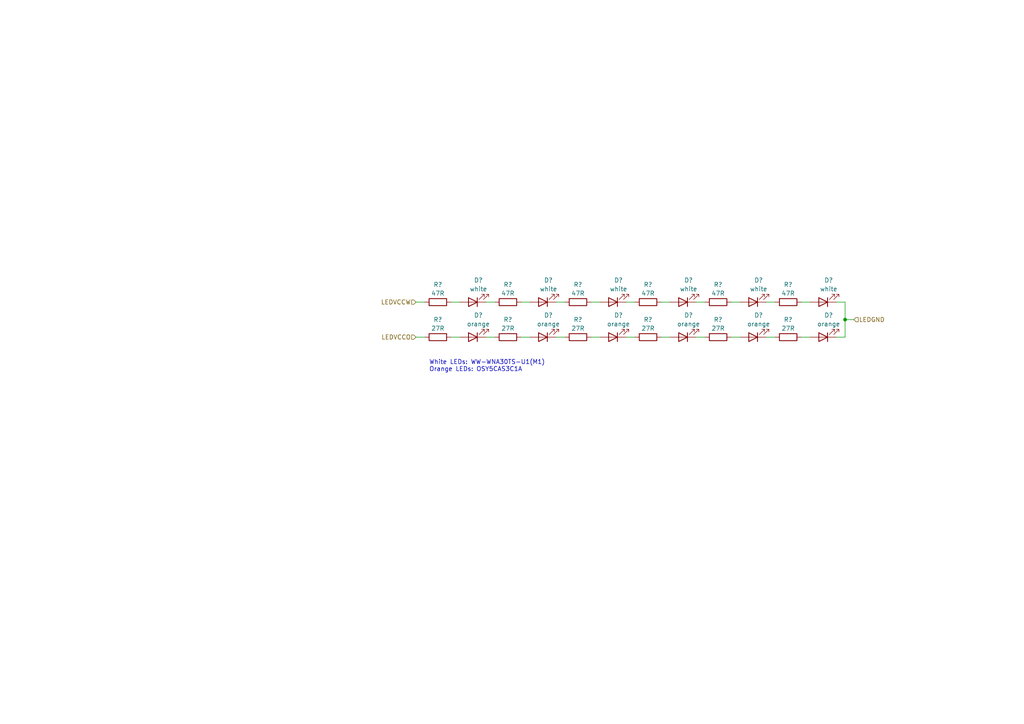
<source format=kicad_sch>
(kicad_sch (version 20230121) (generator eeschema)
  (paper "A4")
  (title_block (title "LED Group") (date "2023-08-02") (rev "1.0") (company "xatLabs") (comment 1 "Julian Metzler"))
  (lib_symbols
    (symbol "Device:LED" (pin_numbers hide) (pin_names (offset 1.016) hide)
      (property "Reference" "D" (at 0 2.54 0))
      (property "Value" "LED" (at 0 -2.54 0))
      (symbol "LED_0_1"
        (polyline (pts (xy -1.27 -1.27) (xy -1.27 1.27)) (stroke (width 0.254)))
        (polyline (pts (xy -1.27 0) (xy 1.27 0)))
        (polyline (pts (xy 1.27 -1.27) (xy 1.27 1.27) (xy -1.27 0) (xy 1.27 -1.27)) (stroke (width 0.254)))
        (polyline (pts (xy -3.048 -0.762) (xy -4.572 -2.286) (xy -3.81 -2.286) (xy -4.572 -2.286) (xy -4.572 -1.524)))
        (polyline (pts (xy -1.778 -0.762) (xy -3.302 -2.286) (xy -2.54 -2.286) (xy -3.302 -2.286) (xy -3.302 -1.524)))
      )
      (symbol "LED_1_1"
        (pin passive line (at -3.81 0 0) (length 2.54) (name "K") (number "1"))
        (pin passive line (at 3.81 0 180) (length 2.54) (name "A") (number "2"))
      )
    )
    (symbol "Device:R" (pin_numbers hide) (pin_names (offset 0))
      (property "Reference" "R" (at 2.032 0 90))
      (property "Value" "R" (at 0 0 90))
      (symbol "R_0_1"
        (rectangle (start -1.016 -2.54) (end 1.016 2.54) (stroke (width 0.254)))
      )
      (symbol "R_1_1"
        (pin passive line (at 0 3.81 270) (length 1.27) (name "~") (number "1"))
        (pin passive line (at 0 -3.81 90) (length 1.27) (name "~") (number "2"))
      )
    )
  )
  (junction (at 245.11 92.71))
  (wire (pts (xy 232.41 87.63) (xy 234.95 87.63)))
  (wire (pts (xy 222.25 87.63) (xy 224.79 87.63)))
  (wire (pts (xy 161.29 87.63) (xy 163.83 87.63)))
  (wire (pts (xy 245.11 87.63) (xy 245.11 92.71)))
  (wire (pts (xy 191.77 87.63) (xy 194.31 87.63)))
  (wire (pts (xy 212.09 87.63) (xy 214.63 87.63)))
  (wire (pts (xy 212.09 97.79) (xy 214.63 97.79)))
  (wire (pts (xy 151.13 97.79) (xy 153.67 97.79)))
  (wire (pts (xy 245.11 97.79) (xy 242.57 97.79)))
  (wire (pts (xy 171.45 87.63) (xy 173.99 87.63)))
  (wire (pts (xy 140.97 97.79) (xy 143.51 97.79)))
  (wire (pts (xy 171.45 97.79) (xy 173.99 97.79)))
  (wire (pts (xy 201.93 97.79) (xy 204.47 97.79)))
  (wire (pts (xy 201.93 87.63) (xy 204.47 87.63)))
  (wire (pts (xy 245.11 92.71) (xy 245.11 97.79)))
  (wire (pts (xy 130.81 87.63) (xy 133.35 87.63)))
  (wire (pts (xy 161.29 97.79) (xy 163.83 97.79)))
  (wire (pts (xy 245.11 92.71) (xy 247.65 92.71)))
  (wire (pts (xy 151.13 87.63) (xy 153.67 87.63)))
  (wire (pts (xy 181.61 87.63) (xy 184.15 87.63)))
  (wire (pts (xy 130.81 97.79) (xy 133.35 97.79)))
  (wire (pts (xy 191.77 97.79) (xy 194.31 97.79)))
  (wire (pts (xy 120.65 97.79) (xy 123.19 97.79)))
  (wire (pts (xy 140.97 87.63) (xy 143.51 87.63)))
  (wire (pts (xy 184.15 97.79) (xy 181.61 97.79)))
  (wire (pts (xy 120.65 87.63) (xy 123.19 87.63)))
  (wire (pts (xy 242.57 87.63) (xy 245.11 87.63)))
  (wire (pts (xy 222.25 97.79) (xy 224.79 97.79)))
  (wire (pts (xy 232.41 97.79) (xy 234.95 97.79)))
  (text "White LEDs: WW-WNA30TS-U1(M1)\nOrange LEDs: OSY5CAS3C1A" (at 124.46 107.95 0) (effects (font (size 1.27 1.27)) (justify left bottom)))
  (hierarchical_label "LEDVCCW" (shape input) (at 120.65 87.63 180))
  (hierarchical_label "LEDVCCO" (shape input) (at 120.65 97.79 180))
  (hierarchical_label "LEDGND" (shape input) (at 247.65 92.71 0))
  (symbol (lib_id "Device:R") (at 167.64 87.63 90) (unit 1)
    (property "Reference" "R?" (at 167.64 82.55 90))
    (property "Value" "47R" (at 167.64 85.09 90))
    (property "Footprint" "Resistor_SMD:R_1206_3216Metric" (effects hide))
    (instances (project "Catcar_Ringlight" (path "" (reference "R?") (unit 1)) (path "" (reference "R3") (unit 1)) (path "" (reference "R15") (unit 1)) (path "" (reference "R27") (unit 1))))
  )
  (symbol (lib_id "Device:LED") (at 218.44 87.63 180) (unit 1)
    (property "Reference" "D?" (at 220.0275 81.28 0))
    (property "Value" "white" (at 220.0275 83.82 0))
    (property "Footprint" "custom:LED_3528_2pin" (effects hide))
    (instances (project "Catcar_Ringlight" (path "" (reference "D?") (unit 1)) (path "" (reference "D5") (unit 1)) (path "" (reference "D17") (unit 1)) (path "" (reference "D29") (unit 1))))
  )
  (symbol (lib_id "Device:LED") (at 198.12 97.79 180) (unit 1)
    (property "Reference" "D?" (at 199.7075 91.44 0))
    (property "Value" "orange" (at 199.7075 93.98 0))
    (property "Footprint" "custom:LED_3528_4pin" (effects hide))
    (instances (project "Catcar_Ringlight" (path "" (reference "D?") (unit 1)) (path "" (reference "D10") (unit 1)) (path "" (reference "D22") (unit 1)) (path "" (reference "D34") (unit 1))))
  )
  (symbol (lib_id "Device:LED") (at 137.16 87.63 180) (unit 1)
    (property "Reference" "D?" (at 138.7475 81.28 0))
    (property "Value" "white" (at 138.7475 83.82 0))
    (property "Footprint" "custom:LED_3528_2pin" (effects hide))
    (instances (project "Catcar_Ringlight" (path "" (reference "D?") (unit 1)) (path "" (reference "D1") (unit 1)) (path "" (reference "D13") (unit 1)) (path "" (reference "D25") (unit 1))))
  )
  (symbol (lib_id "Device:LED") (at 157.48 87.63 180) (unit 1)
    (property "Reference" "D?" (at 159.0675 81.28 0))
    (property "Value" "white" (at 159.0675 83.82 0))
    (property "Footprint" "custom:LED_3528_2pin" (effects hide))
    (instances (project "Catcar_Ringlight" (path "" (reference "D?") (unit 1)) (path "" (reference "D2") (unit 1)) (path "" (reference "D14") (unit 1)) (path "" (reference "D26") (unit 1))))
  )
  (symbol (lib_id "Device:LED") (at 177.8 87.63 180) (unit 1)
    (property "Reference" "D?" (at 179.3875 81.28 0))
    (property "Value" "white" (at 179.3875 83.82 0))
    (property "Footprint" "custom:LED_3528_2pin" (effects hide))
    (instances (project "Catcar_Ringlight" (path "" (reference "D?") (unit 1)) (path "" (reference "D3") (unit 1)) (path "" (reference "D15") (unit 1)) (path "" (reference "D27") (unit 1))))
  )
  (symbol (lib_id "Device:LED") (at 137.16 97.79 180) (unit 1)
    (property "Reference" "D?" (at 138.7475 91.44 0))
    (property "Value" "orange" (at 138.7475 93.98 0))
    (property "Footprint" "custom:LED_3528_4pin" (effects hide))
    (instances (project "Catcar_Ringlight" (path "" (reference "D?") (unit 1)) (path "" (reference "D7") (unit 1)) (path "" (reference "D19") (unit 1)) (path "" (reference "D31") (unit 1))))
  )
  (symbol (lib_id "Device:R") (at 167.64 97.79 90) (unit 1)
    (property "Reference" "R?" (at 167.64 92.71 90))
    (property "Value" "27R" (at 167.64 95.25 90))
    (property "Footprint" "Resistor_SMD:R_1206_3216Metric" (effects hide))
    (instances (project "Catcar_Ringlight" (path "" (reference "R?") (unit 1)) (path "" (reference "R9") (unit 1)) (path "" (reference "R21") (unit 1)) (path "" (reference "R33") (unit 1))))
  )
  (symbol (lib_id "Device:R") (at 228.6 97.79 90) (unit 1)
    (property "Reference" "R?" (at 228.6 92.71 90))
    (property "Value" "27R" (at 228.6 95.25 90))
    (property "Footprint" "Resistor_SMD:R_1206_3216Metric" (effects hide))
    (instances (project "Catcar_Ringlight" (path "" (reference "R?") (unit 1)) (path "" (reference "R12") (unit 1)) (path "" (reference "R24") (unit 1)) (path "" (reference "R36") (unit 1))))
  )
  (symbol (lib_id "Device:R") (at 187.96 87.63 90) (unit 1)
    (property "Reference" "R?" (at 187.96 82.55 90))
    (property "Value" "47R" (at 187.96 85.09 90))
    (property "Footprint" "Resistor_SMD:R_1206_3216Metric" (effects hide))
    (instances (project "Catcar_Ringlight" (path "" (reference "R?") (unit 1)) (path "" (reference "R4") (unit 1)) (path "" (reference "R16") (unit 1)) (path "" (reference "R28") (unit 1))))
  )
  (symbol (lib_id "Device:LED") (at 157.48 97.79 180) (unit 1)
    (property "Reference" "D?" (at 159.0675 91.44 0))
    (property "Value" "orange" (at 159.0675 93.98 0))
    (property "Footprint" "custom:LED_3528_4pin" (effects hide))
    (instances (project "Catcar_Ringlight" (path "" (reference "D?") (unit 1)) (path "" (reference "D8") (unit 1)) (path "" (reference "D20") (unit 1)) (path "" (reference "D32") (unit 1))))
  )
  (symbol (lib_id "Device:R") (at 208.28 97.79 90) (unit 1)
    (property "Reference" "R?" (at 208.28 92.71 90))
    (property "Value" "27R" (at 208.28 95.25 90))
    (property "Footprint" "Resistor_SMD:R_1206_3216Metric" (effects hide))
    (instances (project "Catcar_Ringlight" (path "" (reference "R?") (unit 1)) (path "" (reference "R11") (unit 1)) (path "" (reference "R23") (unit 1)) (path "" (reference "R35") (unit 1))))
  )
  (symbol (lib_id "Device:LED") (at 238.76 87.63 180) (unit 1)
    (property "Reference" "D?" (at 240.3475 81.28 0))
    (property "Value" "white" (at 240.3475 83.82 0))
    (property "Footprint" "custom:LED_3528_2pin" (effects hide))
    (instances (project "Catcar_Ringlight" (path "" (reference "D?") (unit 1)) (path "" (reference "D6") (unit 1)) (path "" (reference "D18") (unit 1)) (path "" (reference "D30") (unit 1))))
  )
  (symbol (lib_id "Device:LED") (at 238.76 97.79 180) (unit 1)
    (property "Reference" "D?" (at 240.3475 91.44 0))
    (property "Value" "orange" (at 240.3475 93.98 0))
    (property "Footprint" "custom:LED_3528_4pin" (effects hide))
    (instances (project "Catcar_Ringlight" (path "" (reference "D?") (unit 1)) (path "" (reference "D12") (unit 1)) (path "" (reference "D24") (unit 1)) (path "" (reference "D36") (unit 1))))
  )
  (symbol (lib_id "Device:R") (at 127 87.63 90) (unit 1)
    (property "Reference" "R?" (at 127 82.55 90))
    (property "Value" "47R" (at 127 85.09 90))
    (property "Footprint" "Resistor_SMD:R_1206_3216Metric" (effects hide))
    (instances (project "Catcar_Ringlight" (path "" (reference "R?") (unit 1)) (path "" (reference "R1") (unit 1)) (path "" (reference "R13") (unit 1)) (path "" (reference "R25") (unit 1))))
  )
  (symbol (lib_id "Device:R") (at 147.32 97.79 90) (unit 1)
    (property "Reference" "R?" (at 147.32 92.71 90))
    (property "Value" "27R" (at 147.32 95.25 90))
    (property "Footprint" "Resistor_SMD:R_1206_3216Metric" (effects hide))
    (instances (project "Catcar_Ringlight" (path "" (reference "R?") (unit 1)) (path "" (reference "R8") (unit 1)) (path "" (reference "R20") (unit 1)) (path "" (reference "R32") (unit 1))))
  )
  (symbol (lib_id "Device:LED") (at 198.12 87.63 180) (unit 1)
    (property "Reference" "D?" (at 199.7075 81.28 0))
    (property "Value" "white" (at 199.7075 83.82 0))
    (property "Footprint" "custom:LED_3528_2pin" (effects hide))
    (instances (project "Catcar_Ringlight" (path "" (reference "D?") (unit 1)) (path "" (reference "D4") (unit 1)) (path "" (reference "D16") (unit 1)) (path "" (reference "D28") (unit 1))))
  )
  (symbol (lib_id "Device:R") (at 187.96 97.79 90) (unit 1)
    (property "Reference" "R?" (at 187.96 92.71 90))
    (property "Value" "27R" (at 187.96 95.25 90))
    (property "Footprint" "Resistor_SMD:R_1206_3216Metric" (effects hide))
    (instances (project "Catcar_Ringlight" (path "" (reference "R?") (unit 1)) (path "" (reference "R10") (unit 1)) (path "" (reference "R22") (unit 1)) (path "" (reference "R34") (unit 1))))
  )
  (symbol (lib_id "Device:R") (at 228.6 87.63 90) (unit 1)
    (property "Reference" "R?" (at 228.6 82.55 90))
    (property "Value" "47R" (at 228.6 85.09 90))
    (property "Footprint" "Resistor_SMD:R_1206_3216Metric" (effects hide))
    (instances (project "Catcar_Ringlight" (path "" (reference "R?") (unit 1)) (path "" (reference "R6") (unit 1)) (path "" (reference "R18") (unit 1)) (path "" (reference "R30") (unit 1))))
  )
  (symbol (lib_id "Device:LED") (at 218.44 97.79 180) (unit 1)
    (property "Reference" "D?" (at 220.0275 91.44 0))
    (property "Value" "orange" (at 220.0275 93.98 0))
    (property "Footprint" "custom:LED_3528_4pin" (effects hide))
    (instances (project "Catcar_Ringlight" (path "" (reference "D?") (unit 1)) (path "" (reference "D11") (unit 1)) (path "" (reference "D23") (unit 1)) (path "" (reference "D35") (unit 1))))
  )
  (symbol (lib_id "Device:R") (at 147.32 87.63 90) (unit 1)
    (property "Reference" "R?" (at 147.32 82.55 90))
    (property "Value" "47R" (at 147.32 85.09 90))
    (property "Footprint" "Resistor_SMD:R_1206_3216Metric" (effects hide))
    (instances (project "Catcar_Ringlight" (path "" (reference "R?") (unit 1)) (path "" (reference "R2") (unit 1)) (path "" (reference "R14") (unit 1)) (path "" (reference "R26") (unit 1))))
  )
  (symbol (lib_id "Device:R") (at 127 97.79 90) (unit 1)
    (property "Reference" "R?" (at 127 92.71 90))
    (property "Value" "27R" (at 127 95.25 90))
    (property "Footprint" "Resistor_SMD:R_1206_3216Metric" (effects hide))
    (instances (project "Catcar_Ringlight" (path "" (reference "R?") (unit 1)) (path "" (reference "R7") (unit 1)) (path "" (reference "R19") (unit 1)) (path "" (reference "R31") (unit 1))))
  )
  (symbol (lib_id "Device:LED") (at 177.8 97.79 180) (unit 1)
    (property "Reference" "D?" (at 179.3875 91.44 0))
    (property "Value" "orange" (at 179.3875 93.98 0))
    (property "Footprint" "custom:LED_3528_4pin" (effects hide))
    (instances (project "Catcar_Ringlight" (path "" (reference "D?") (unit 1)) (path "" (reference "D9") (unit 1)) (path "" (reference "D21") (unit 1)) (path "" (reference "D33") (unit 1))))
  )
  (symbol (lib_id "Device:R") (at 208.28 87.63 90) (unit 1)
    (property "Reference" "R?" (at 208.28 82.55 90))
    (property "Value" "47R" (at 208.28 85.09 90))
    (property "Footprint" "Resistor_SMD:R_1206_3216Metric" (effects hide))
    (instances (project "Catcar_Ringlight" (path "" (reference "R?") (unit 1)) (path "" (reference "R5") (unit 1)) (path "" (reference "R17") (unit 1)) (path "" (reference "R29") (unit 1))))
  )
)
</source>
